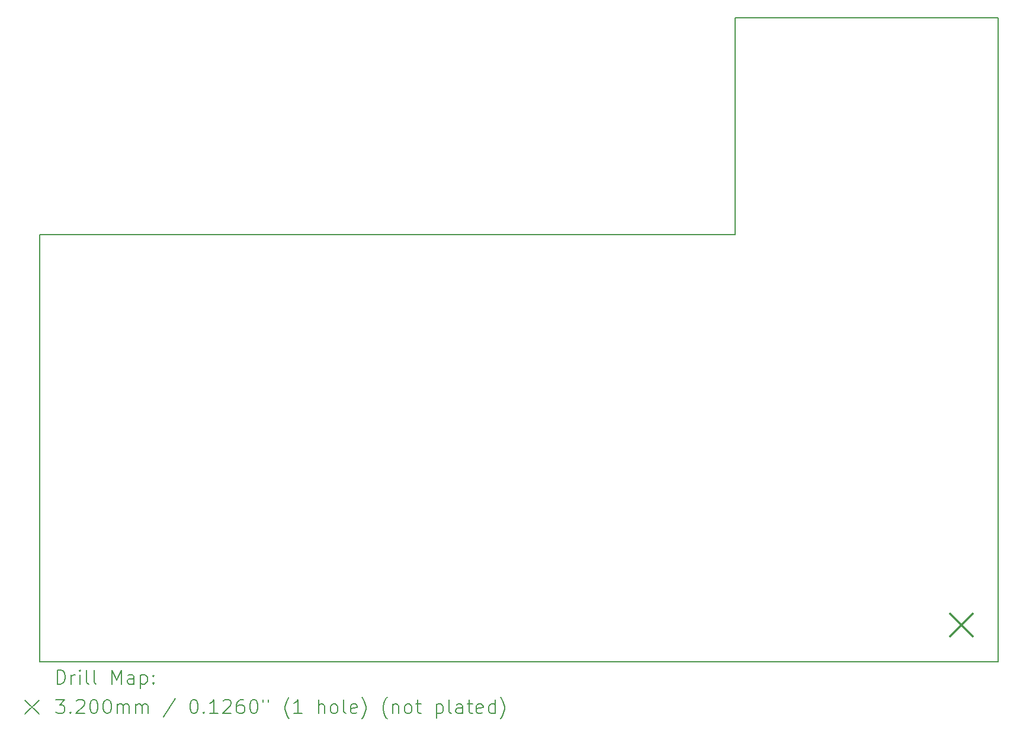
<source format=gbr>
%TF.GenerationSoftware,KiCad,Pcbnew,8.0.9*%
%TF.CreationDate,2025-05-07T23:17:41-04:00*%
%TF.ProjectId,RAMEXPB_V3,52414d45-5850-4425-9f56-332e6b696361,rev?*%
%TF.SameCoordinates,Original*%
%TF.FileFunction,Drillmap*%
%TF.FilePolarity,Positive*%
%FSLAX45Y45*%
G04 Gerber Fmt 4.5, Leading zero omitted, Abs format (unit mm)*
G04 Created by KiCad (PCBNEW 8.0.9) date 2025-05-07 23:17:41*
%MOMM*%
%LPD*%
G01*
G04 APERTURE LIST*
%ADD10C,0.150000*%
%ADD11C,0.200000*%
%ADD12C,0.320000*%
G04 APERTURE END LIST*
D10*
X7556000Y-10446000D02*
X17499000Y-10446000D01*
X21256000Y-7348000D02*
X17499000Y-7348000D01*
X21256000Y-16548000D02*
X21256000Y-7348000D01*
X7556000Y-16548000D02*
X7556000Y-10446000D01*
X21256000Y-16548000D02*
X7556000Y-16548000D01*
X17499000Y-10446000D02*
X17499000Y-7348000D01*
D11*
D12*
X20574000Y-15866000D02*
X20894000Y-16186000D01*
X20894000Y-15866000D02*
X20574000Y-16186000D01*
D11*
X7809277Y-16866984D02*
X7809277Y-16666984D01*
X7809277Y-16666984D02*
X7856896Y-16666984D01*
X7856896Y-16666984D02*
X7885467Y-16676508D01*
X7885467Y-16676508D02*
X7904515Y-16695555D01*
X7904515Y-16695555D02*
X7914039Y-16714603D01*
X7914039Y-16714603D02*
X7923562Y-16752698D01*
X7923562Y-16752698D02*
X7923562Y-16781270D01*
X7923562Y-16781270D02*
X7914039Y-16819365D01*
X7914039Y-16819365D02*
X7904515Y-16838412D01*
X7904515Y-16838412D02*
X7885467Y-16857460D01*
X7885467Y-16857460D02*
X7856896Y-16866984D01*
X7856896Y-16866984D02*
X7809277Y-16866984D01*
X8009277Y-16866984D02*
X8009277Y-16733650D01*
X8009277Y-16771746D02*
X8018801Y-16752698D01*
X8018801Y-16752698D02*
X8028324Y-16743174D01*
X8028324Y-16743174D02*
X8047372Y-16733650D01*
X8047372Y-16733650D02*
X8066420Y-16733650D01*
X8133086Y-16866984D02*
X8133086Y-16733650D01*
X8133086Y-16666984D02*
X8123562Y-16676508D01*
X8123562Y-16676508D02*
X8133086Y-16686031D01*
X8133086Y-16686031D02*
X8142610Y-16676508D01*
X8142610Y-16676508D02*
X8133086Y-16666984D01*
X8133086Y-16666984D02*
X8133086Y-16686031D01*
X8256896Y-16866984D02*
X8237848Y-16857460D01*
X8237848Y-16857460D02*
X8228324Y-16838412D01*
X8228324Y-16838412D02*
X8228324Y-16666984D01*
X8361658Y-16866984D02*
X8342610Y-16857460D01*
X8342610Y-16857460D02*
X8333086Y-16838412D01*
X8333086Y-16838412D02*
X8333086Y-16666984D01*
X8590229Y-16866984D02*
X8590229Y-16666984D01*
X8590229Y-16666984D02*
X8656896Y-16809841D01*
X8656896Y-16809841D02*
X8723563Y-16666984D01*
X8723563Y-16666984D02*
X8723563Y-16866984D01*
X8904515Y-16866984D02*
X8904515Y-16762222D01*
X8904515Y-16762222D02*
X8894991Y-16743174D01*
X8894991Y-16743174D02*
X8875944Y-16733650D01*
X8875944Y-16733650D02*
X8837848Y-16733650D01*
X8837848Y-16733650D02*
X8818801Y-16743174D01*
X8904515Y-16857460D02*
X8885467Y-16866984D01*
X8885467Y-16866984D02*
X8837848Y-16866984D01*
X8837848Y-16866984D02*
X8818801Y-16857460D01*
X8818801Y-16857460D02*
X8809277Y-16838412D01*
X8809277Y-16838412D02*
X8809277Y-16819365D01*
X8809277Y-16819365D02*
X8818801Y-16800317D01*
X8818801Y-16800317D02*
X8837848Y-16790793D01*
X8837848Y-16790793D02*
X8885467Y-16790793D01*
X8885467Y-16790793D02*
X8904515Y-16781270D01*
X8999753Y-16733650D02*
X8999753Y-16933650D01*
X8999753Y-16743174D02*
X9018801Y-16733650D01*
X9018801Y-16733650D02*
X9056896Y-16733650D01*
X9056896Y-16733650D02*
X9075944Y-16743174D01*
X9075944Y-16743174D02*
X9085467Y-16752698D01*
X9085467Y-16752698D02*
X9094991Y-16771746D01*
X9094991Y-16771746D02*
X9094991Y-16828889D01*
X9094991Y-16828889D02*
X9085467Y-16847936D01*
X9085467Y-16847936D02*
X9075944Y-16857460D01*
X9075944Y-16857460D02*
X9056896Y-16866984D01*
X9056896Y-16866984D02*
X9018801Y-16866984D01*
X9018801Y-16866984D02*
X8999753Y-16857460D01*
X9180705Y-16847936D02*
X9190229Y-16857460D01*
X9190229Y-16857460D02*
X9180705Y-16866984D01*
X9180705Y-16866984D02*
X9171182Y-16857460D01*
X9171182Y-16857460D02*
X9180705Y-16847936D01*
X9180705Y-16847936D02*
X9180705Y-16866984D01*
X9180705Y-16743174D02*
X9190229Y-16752698D01*
X9190229Y-16752698D02*
X9180705Y-16762222D01*
X9180705Y-16762222D02*
X9171182Y-16752698D01*
X9171182Y-16752698D02*
X9180705Y-16743174D01*
X9180705Y-16743174D02*
X9180705Y-16762222D01*
X7348500Y-17095500D02*
X7548500Y-17295500D01*
X7548500Y-17095500D02*
X7348500Y-17295500D01*
X7790229Y-17086984D02*
X7914039Y-17086984D01*
X7914039Y-17086984D02*
X7847372Y-17163174D01*
X7847372Y-17163174D02*
X7875943Y-17163174D01*
X7875943Y-17163174D02*
X7894991Y-17172698D01*
X7894991Y-17172698D02*
X7904515Y-17182222D01*
X7904515Y-17182222D02*
X7914039Y-17201270D01*
X7914039Y-17201270D02*
X7914039Y-17248889D01*
X7914039Y-17248889D02*
X7904515Y-17267936D01*
X7904515Y-17267936D02*
X7894991Y-17277460D01*
X7894991Y-17277460D02*
X7875943Y-17286984D01*
X7875943Y-17286984D02*
X7818801Y-17286984D01*
X7818801Y-17286984D02*
X7799753Y-17277460D01*
X7799753Y-17277460D02*
X7790229Y-17267936D01*
X7999753Y-17267936D02*
X8009277Y-17277460D01*
X8009277Y-17277460D02*
X7999753Y-17286984D01*
X7999753Y-17286984D02*
X7990229Y-17277460D01*
X7990229Y-17277460D02*
X7999753Y-17267936D01*
X7999753Y-17267936D02*
X7999753Y-17286984D01*
X8085467Y-17106031D02*
X8094991Y-17096508D01*
X8094991Y-17096508D02*
X8114039Y-17086984D01*
X8114039Y-17086984D02*
X8161658Y-17086984D01*
X8161658Y-17086984D02*
X8180705Y-17096508D01*
X8180705Y-17096508D02*
X8190229Y-17106031D01*
X8190229Y-17106031D02*
X8199753Y-17125079D01*
X8199753Y-17125079D02*
X8199753Y-17144127D01*
X8199753Y-17144127D02*
X8190229Y-17172698D01*
X8190229Y-17172698D02*
X8075943Y-17286984D01*
X8075943Y-17286984D02*
X8199753Y-17286984D01*
X8323562Y-17086984D02*
X8342610Y-17086984D01*
X8342610Y-17086984D02*
X8361658Y-17096508D01*
X8361658Y-17096508D02*
X8371182Y-17106031D01*
X8371182Y-17106031D02*
X8380705Y-17125079D01*
X8380705Y-17125079D02*
X8390229Y-17163174D01*
X8390229Y-17163174D02*
X8390229Y-17210793D01*
X8390229Y-17210793D02*
X8380705Y-17248889D01*
X8380705Y-17248889D02*
X8371182Y-17267936D01*
X8371182Y-17267936D02*
X8361658Y-17277460D01*
X8361658Y-17277460D02*
X8342610Y-17286984D01*
X8342610Y-17286984D02*
X8323562Y-17286984D01*
X8323562Y-17286984D02*
X8304515Y-17277460D01*
X8304515Y-17277460D02*
X8294991Y-17267936D01*
X8294991Y-17267936D02*
X8285467Y-17248889D01*
X8285467Y-17248889D02*
X8275943Y-17210793D01*
X8275943Y-17210793D02*
X8275943Y-17163174D01*
X8275943Y-17163174D02*
X8285467Y-17125079D01*
X8285467Y-17125079D02*
X8294991Y-17106031D01*
X8294991Y-17106031D02*
X8304515Y-17096508D01*
X8304515Y-17096508D02*
X8323562Y-17086984D01*
X8514039Y-17086984D02*
X8533086Y-17086984D01*
X8533086Y-17086984D02*
X8552134Y-17096508D01*
X8552134Y-17096508D02*
X8561658Y-17106031D01*
X8561658Y-17106031D02*
X8571182Y-17125079D01*
X8571182Y-17125079D02*
X8580705Y-17163174D01*
X8580705Y-17163174D02*
X8580705Y-17210793D01*
X8580705Y-17210793D02*
X8571182Y-17248889D01*
X8571182Y-17248889D02*
X8561658Y-17267936D01*
X8561658Y-17267936D02*
X8552134Y-17277460D01*
X8552134Y-17277460D02*
X8533086Y-17286984D01*
X8533086Y-17286984D02*
X8514039Y-17286984D01*
X8514039Y-17286984D02*
X8494991Y-17277460D01*
X8494991Y-17277460D02*
X8485467Y-17267936D01*
X8485467Y-17267936D02*
X8475944Y-17248889D01*
X8475944Y-17248889D02*
X8466420Y-17210793D01*
X8466420Y-17210793D02*
X8466420Y-17163174D01*
X8466420Y-17163174D02*
X8475944Y-17125079D01*
X8475944Y-17125079D02*
X8485467Y-17106031D01*
X8485467Y-17106031D02*
X8494991Y-17096508D01*
X8494991Y-17096508D02*
X8514039Y-17086984D01*
X8666420Y-17286984D02*
X8666420Y-17153650D01*
X8666420Y-17172698D02*
X8675944Y-17163174D01*
X8675944Y-17163174D02*
X8694991Y-17153650D01*
X8694991Y-17153650D02*
X8723563Y-17153650D01*
X8723563Y-17153650D02*
X8742610Y-17163174D01*
X8742610Y-17163174D02*
X8752134Y-17182222D01*
X8752134Y-17182222D02*
X8752134Y-17286984D01*
X8752134Y-17182222D02*
X8761658Y-17163174D01*
X8761658Y-17163174D02*
X8780705Y-17153650D01*
X8780705Y-17153650D02*
X8809277Y-17153650D01*
X8809277Y-17153650D02*
X8828325Y-17163174D01*
X8828325Y-17163174D02*
X8837848Y-17182222D01*
X8837848Y-17182222D02*
X8837848Y-17286984D01*
X8933086Y-17286984D02*
X8933086Y-17153650D01*
X8933086Y-17172698D02*
X8942610Y-17163174D01*
X8942610Y-17163174D02*
X8961658Y-17153650D01*
X8961658Y-17153650D02*
X8990229Y-17153650D01*
X8990229Y-17153650D02*
X9009277Y-17163174D01*
X9009277Y-17163174D02*
X9018801Y-17182222D01*
X9018801Y-17182222D02*
X9018801Y-17286984D01*
X9018801Y-17182222D02*
X9028325Y-17163174D01*
X9028325Y-17163174D02*
X9047372Y-17153650D01*
X9047372Y-17153650D02*
X9075944Y-17153650D01*
X9075944Y-17153650D02*
X9094991Y-17163174D01*
X9094991Y-17163174D02*
X9104515Y-17182222D01*
X9104515Y-17182222D02*
X9104515Y-17286984D01*
X9494991Y-17077460D02*
X9323563Y-17334603D01*
X9752134Y-17086984D02*
X9771182Y-17086984D01*
X9771182Y-17086984D02*
X9790229Y-17096508D01*
X9790229Y-17096508D02*
X9799753Y-17106031D01*
X9799753Y-17106031D02*
X9809277Y-17125079D01*
X9809277Y-17125079D02*
X9818801Y-17163174D01*
X9818801Y-17163174D02*
X9818801Y-17210793D01*
X9818801Y-17210793D02*
X9809277Y-17248889D01*
X9809277Y-17248889D02*
X9799753Y-17267936D01*
X9799753Y-17267936D02*
X9790229Y-17277460D01*
X9790229Y-17277460D02*
X9771182Y-17286984D01*
X9771182Y-17286984D02*
X9752134Y-17286984D01*
X9752134Y-17286984D02*
X9733087Y-17277460D01*
X9733087Y-17277460D02*
X9723563Y-17267936D01*
X9723563Y-17267936D02*
X9714039Y-17248889D01*
X9714039Y-17248889D02*
X9704515Y-17210793D01*
X9704515Y-17210793D02*
X9704515Y-17163174D01*
X9704515Y-17163174D02*
X9714039Y-17125079D01*
X9714039Y-17125079D02*
X9723563Y-17106031D01*
X9723563Y-17106031D02*
X9733087Y-17096508D01*
X9733087Y-17096508D02*
X9752134Y-17086984D01*
X9904515Y-17267936D02*
X9914039Y-17277460D01*
X9914039Y-17277460D02*
X9904515Y-17286984D01*
X9904515Y-17286984D02*
X9894991Y-17277460D01*
X9894991Y-17277460D02*
X9904515Y-17267936D01*
X9904515Y-17267936D02*
X9904515Y-17286984D01*
X10104515Y-17286984D02*
X9990229Y-17286984D01*
X10047372Y-17286984D02*
X10047372Y-17086984D01*
X10047372Y-17086984D02*
X10028325Y-17115555D01*
X10028325Y-17115555D02*
X10009277Y-17134603D01*
X10009277Y-17134603D02*
X9990229Y-17144127D01*
X10180706Y-17106031D02*
X10190229Y-17096508D01*
X10190229Y-17096508D02*
X10209277Y-17086984D01*
X10209277Y-17086984D02*
X10256896Y-17086984D01*
X10256896Y-17086984D02*
X10275944Y-17096508D01*
X10275944Y-17096508D02*
X10285468Y-17106031D01*
X10285468Y-17106031D02*
X10294991Y-17125079D01*
X10294991Y-17125079D02*
X10294991Y-17144127D01*
X10294991Y-17144127D02*
X10285468Y-17172698D01*
X10285468Y-17172698D02*
X10171182Y-17286984D01*
X10171182Y-17286984D02*
X10294991Y-17286984D01*
X10466420Y-17086984D02*
X10428325Y-17086984D01*
X10428325Y-17086984D02*
X10409277Y-17096508D01*
X10409277Y-17096508D02*
X10399753Y-17106031D01*
X10399753Y-17106031D02*
X10380706Y-17134603D01*
X10380706Y-17134603D02*
X10371182Y-17172698D01*
X10371182Y-17172698D02*
X10371182Y-17248889D01*
X10371182Y-17248889D02*
X10380706Y-17267936D01*
X10380706Y-17267936D02*
X10390229Y-17277460D01*
X10390229Y-17277460D02*
X10409277Y-17286984D01*
X10409277Y-17286984D02*
X10447372Y-17286984D01*
X10447372Y-17286984D02*
X10466420Y-17277460D01*
X10466420Y-17277460D02*
X10475944Y-17267936D01*
X10475944Y-17267936D02*
X10485468Y-17248889D01*
X10485468Y-17248889D02*
X10485468Y-17201270D01*
X10485468Y-17201270D02*
X10475944Y-17182222D01*
X10475944Y-17182222D02*
X10466420Y-17172698D01*
X10466420Y-17172698D02*
X10447372Y-17163174D01*
X10447372Y-17163174D02*
X10409277Y-17163174D01*
X10409277Y-17163174D02*
X10390229Y-17172698D01*
X10390229Y-17172698D02*
X10380706Y-17182222D01*
X10380706Y-17182222D02*
X10371182Y-17201270D01*
X10609277Y-17086984D02*
X10628325Y-17086984D01*
X10628325Y-17086984D02*
X10647372Y-17096508D01*
X10647372Y-17096508D02*
X10656896Y-17106031D01*
X10656896Y-17106031D02*
X10666420Y-17125079D01*
X10666420Y-17125079D02*
X10675944Y-17163174D01*
X10675944Y-17163174D02*
X10675944Y-17210793D01*
X10675944Y-17210793D02*
X10666420Y-17248889D01*
X10666420Y-17248889D02*
X10656896Y-17267936D01*
X10656896Y-17267936D02*
X10647372Y-17277460D01*
X10647372Y-17277460D02*
X10628325Y-17286984D01*
X10628325Y-17286984D02*
X10609277Y-17286984D01*
X10609277Y-17286984D02*
X10590229Y-17277460D01*
X10590229Y-17277460D02*
X10580706Y-17267936D01*
X10580706Y-17267936D02*
X10571182Y-17248889D01*
X10571182Y-17248889D02*
X10561658Y-17210793D01*
X10561658Y-17210793D02*
X10561658Y-17163174D01*
X10561658Y-17163174D02*
X10571182Y-17125079D01*
X10571182Y-17125079D02*
X10580706Y-17106031D01*
X10580706Y-17106031D02*
X10590229Y-17096508D01*
X10590229Y-17096508D02*
X10609277Y-17086984D01*
X10752134Y-17086984D02*
X10752134Y-17125079D01*
X10828325Y-17086984D02*
X10828325Y-17125079D01*
X11123563Y-17363174D02*
X11114039Y-17353650D01*
X11114039Y-17353650D02*
X11094991Y-17325079D01*
X11094991Y-17325079D02*
X11085468Y-17306031D01*
X11085468Y-17306031D02*
X11075944Y-17277460D01*
X11075944Y-17277460D02*
X11066420Y-17229841D01*
X11066420Y-17229841D02*
X11066420Y-17191746D01*
X11066420Y-17191746D02*
X11075944Y-17144127D01*
X11075944Y-17144127D02*
X11085468Y-17115555D01*
X11085468Y-17115555D02*
X11094991Y-17096508D01*
X11094991Y-17096508D02*
X11114039Y-17067936D01*
X11114039Y-17067936D02*
X11123563Y-17058412D01*
X11304515Y-17286984D02*
X11190229Y-17286984D01*
X11247372Y-17286984D02*
X11247372Y-17086984D01*
X11247372Y-17086984D02*
X11228325Y-17115555D01*
X11228325Y-17115555D02*
X11209277Y-17134603D01*
X11209277Y-17134603D02*
X11190229Y-17144127D01*
X11542610Y-17286984D02*
X11542610Y-17086984D01*
X11628325Y-17286984D02*
X11628325Y-17182222D01*
X11628325Y-17182222D02*
X11618801Y-17163174D01*
X11618801Y-17163174D02*
X11599753Y-17153650D01*
X11599753Y-17153650D02*
X11571182Y-17153650D01*
X11571182Y-17153650D02*
X11552134Y-17163174D01*
X11552134Y-17163174D02*
X11542610Y-17172698D01*
X11752134Y-17286984D02*
X11733087Y-17277460D01*
X11733087Y-17277460D02*
X11723563Y-17267936D01*
X11723563Y-17267936D02*
X11714039Y-17248889D01*
X11714039Y-17248889D02*
X11714039Y-17191746D01*
X11714039Y-17191746D02*
X11723563Y-17172698D01*
X11723563Y-17172698D02*
X11733087Y-17163174D01*
X11733087Y-17163174D02*
X11752134Y-17153650D01*
X11752134Y-17153650D02*
X11780706Y-17153650D01*
X11780706Y-17153650D02*
X11799753Y-17163174D01*
X11799753Y-17163174D02*
X11809277Y-17172698D01*
X11809277Y-17172698D02*
X11818801Y-17191746D01*
X11818801Y-17191746D02*
X11818801Y-17248889D01*
X11818801Y-17248889D02*
X11809277Y-17267936D01*
X11809277Y-17267936D02*
X11799753Y-17277460D01*
X11799753Y-17277460D02*
X11780706Y-17286984D01*
X11780706Y-17286984D02*
X11752134Y-17286984D01*
X11933087Y-17286984D02*
X11914039Y-17277460D01*
X11914039Y-17277460D02*
X11904515Y-17258412D01*
X11904515Y-17258412D02*
X11904515Y-17086984D01*
X12085468Y-17277460D02*
X12066420Y-17286984D01*
X12066420Y-17286984D02*
X12028325Y-17286984D01*
X12028325Y-17286984D02*
X12009277Y-17277460D01*
X12009277Y-17277460D02*
X11999753Y-17258412D01*
X11999753Y-17258412D02*
X11999753Y-17182222D01*
X11999753Y-17182222D02*
X12009277Y-17163174D01*
X12009277Y-17163174D02*
X12028325Y-17153650D01*
X12028325Y-17153650D02*
X12066420Y-17153650D01*
X12066420Y-17153650D02*
X12085468Y-17163174D01*
X12085468Y-17163174D02*
X12094991Y-17182222D01*
X12094991Y-17182222D02*
X12094991Y-17201270D01*
X12094991Y-17201270D02*
X11999753Y-17220317D01*
X12161658Y-17363174D02*
X12171182Y-17353650D01*
X12171182Y-17353650D02*
X12190230Y-17325079D01*
X12190230Y-17325079D02*
X12199753Y-17306031D01*
X12199753Y-17306031D02*
X12209277Y-17277460D01*
X12209277Y-17277460D02*
X12218801Y-17229841D01*
X12218801Y-17229841D02*
X12218801Y-17191746D01*
X12218801Y-17191746D02*
X12209277Y-17144127D01*
X12209277Y-17144127D02*
X12199753Y-17115555D01*
X12199753Y-17115555D02*
X12190230Y-17096508D01*
X12190230Y-17096508D02*
X12171182Y-17067936D01*
X12171182Y-17067936D02*
X12161658Y-17058412D01*
X12523563Y-17363174D02*
X12514039Y-17353650D01*
X12514039Y-17353650D02*
X12494991Y-17325079D01*
X12494991Y-17325079D02*
X12485468Y-17306031D01*
X12485468Y-17306031D02*
X12475944Y-17277460D01*
X12475944Y-17277460D02*
X12466420Y-17229841D01*
X12466420Y-17229841D02*
X12466420Y-17191746D01*
X12466420Y-17191746D02*
X12475944Y-17144127D01*
X12475944Y-17144127D02*
X12485468Y-17115555D01*
X12485468Y-17115555D02*
X12494991Y-17096508D01*
X12494991Y-17096508D02*
X12514039Y-17067936D01*
X12514039Y-17067936D02*
X12523563Y-17058412D01*
X12599753Y-17153650D02*
X12599753Y-17286984D01*
X12599753Y-17172698D02*
X12609277Y-17163174D01*
X12609277Y-17163174D02*
X12628325Y-17153650D01*
X12628325Y-17153650D02*
X12656896Y-17153650D01*
X12656896Y-17153650D02*
X12675944Y-17163174D01*
X12675944Y-17163174D02*
X12685468Y-17182222D01*
X12685468Y-17182222D02*
X12685468Y-17286984D01*
X12809277Y-17286984D02*
X12790230Y-17277460D01*
X12790230Y-17277460D02*
X12780706Y-17267936D01*
X12780706Y-17267936D02*
X12771182Y-17248889D01*
X12771182Y-17248889D02*
X12771182Y-17191746D01*
X12771182Y-17191746D02*
X12780706Y-17172698D01*
X12780706Y-17172698D02*
X12790230Y-17163174D01*
X12790230Y-17163174D02*
X12809277Y-17153650D01*
X12809277Y-17153650D02*
X12837849Y-17153650D01*
X12837849Y-17153650D02*
X12856896Y-17163174D01*
X12856896Y-17163174D02*
X12866420Y-17172698D01*
X12866420Y-17172698D02*
X12875944Y-17191746D01*
X12875944Y-17191746D02*
X12875944Y-17248889D01*
X12875944Y-17248889D02*
X12866420Y-17267936D01*
X12866420Y-17267936D02*
X12856896Y-17277460D01*
X12856896Y-17277460D02*
X12837849Y-17286984D01*
X12837849Y-17286984D02*
X12809277Y-17286984D01*
X12933087Y-17153650D02*
X13009277Y-17153650D01*
X12961658Y-17086984D02*
X12961658Y-17258412D01*
X12961658Y-17258412D02*
X12971182Y-17277460D01*
X12971182Y-17277460D02*
X12990230Y-17286984D01*
X12990230Y-17286984D02*
X13009277Y-17286984D01*
X13228325Y-17153650D02*
X13228325Y-17353650D01*
X13228325Y-17163174D02*
X13247372Y-17153650D01*
X13247372Y-17153650D02*
X13285468Y-17153650D01*
X13285468Y-17153650D02*
X13304515Y-17163174D01*
X13304515Y-17163174D02*
X13314039Y-17172698D01*
X13314039Y-17172698D02*
X13323563Y-17191746D01*
X13323563Y-17191746D02*
X13323563Y-17248889D01*
X13323563Y-17248889D02*
X13314039Y-17267936D01*
X13314039Y-17267936D02*
X13304515Y-17277460D01*
X13304515Y-17277460D02*
X13285468Y-17286984D01*
X13285468Y-17286984D02*
X13247372Y-17286984D01*
X13247372Y-17286984D02*
X13228325Y-17277460D01*
X13437849Y-17286984D02*
X13418801Y-17277460D01*
X13418801Y-17277460D02*
X13409277Y-17258412D01*
X13409277Y-17258412D02*
X13409277Y-17086984D01*
X13599753Y-17286984D02*
X13599753Y-17182222D01*
X13599753Y-17182222D02*
X13590230Y-17163174D01*
X13590230Y-17163174D02*
X13571182Y-17153650D01*
X13571182Y-17153650D02*
X13533087Y-17153650D01*
X13533087Y-17153650D02*
X13514039Y-17163174D01*
X13599753Y-17277460D02*
X13580706Y-17286984D01*
X13580706Y-17286984D02*
X13533087Y-17286984D01*
X13533087Y-17286984D02*
X13514039Y-17277460D01*
X13514039Y-17277460D02*
X13504515Y-17258412D01*
X13504515Y-17258412D02*
X13504515Y-17239365D01*
X13504515Y-17239365D02*
X13514039Y-17220317D01*
X13514039Y-17220317D02*
X13533087Y-17210793D01*
X13533087Y-17210793D02*
X13580706Y-17210793D01*
X13580706Y-17210793D02*
X13599753Y-17201270D01*
X13666420Y-17153650D02*
X13742611Y-17153650D01*
X13694992Y-17086984D02*
X13694992Y-17258412D01*
X13694992Y-17258412D02*
X13704515Y-17277460D01*
X13704515Y-17277460D02*
X13723563Y-17286984D01*
X13723563Y-17286984D02*
X13742611Y-17286984D01*
X13885468Y-17277460D02*
X13866420Y-17286984D01*
X13866420Y-17286984D02*
X13828325Y-17286984D01*
X13828325Y-17286984D02*
X13809277Y-17277460D01*
X13809277Y-17277460D02*
X13799753Y-17258412D01*
X13799753Y-17258412D02*
X13799753Y-17182222D01*
X13799753Y-17182222D02*
X13809277Y-17163174D01*
X13809277Y-17163174D02*
X13828325Y-17153650D01*
X13828325Y-17153650D02*
X13866420Y-17153650D01*
X13866420Y-17153650D02*
X13885468Y-17163174D01*
X13885468Y-17163174D02*
X13894992Y-17182222D01*
X13894992Y-17182222D02*
X13894992Y-17201270D01*
X13894992Y-17201270D02*
X13799753Y-17220317D01*
X14066420Y-17286984D02*
X14066420Y-17086984D01*
X14066420Y-17277460D02*
X14047373Y-17286984D01*
X14047373Y-17286984D02*
X14009277Y-17286984D01*
X14009277Y-17286984D02*
X13990230Y-17277460D01*
X13990230Y-17277460D02*
X13980706Y-17267936D01*
X13980706Y-17267936D02*
X13971182Y-17248889D01*
X13971182Y-17248889D02*
X13971182Y-17191746D01*
X13971182Y-17191746D02*
X13980706Y-17172698D01*
X13980706Y-17172698D02*
X13990230Y-17163174D01*
X13990230Y-17163174D02*
X14009277Y-17153650D01*
X14009277Y-17153650D02*
X14047373Y-17153650D01*
X14047373Y-17153650D02*
X14066420Y-17163174D01*
X14142611Y-17363174D02*
X14152134Y-17353650D01*
X14152134Y-17353650D02*
X14171182Y-17325079D01*
X14171182Y-17325079D02*
X14180706Y-17306031D01*
X14180706Y-17306031D02*
X14190230Y-17277460D01*
X14190230Y-17277460D02*
X14199753Y-17229841D01*
X14199753Y-17229841D02*
X14199753Y-17191746D01*
X14199753Y-17191746D02*
X14190230Y-17144127D01*
X14190230Y-17144127D02*
X14180706Y-17115555D01*
X14180706Y-17115555D02*
X14171182Y-17096508D01*
X14171182Y-17096508D02*
X14152134Y-17067936D01*
X14152134Y-17067936D02*
X14142611Y-17058412D01*
M02*

</source>
